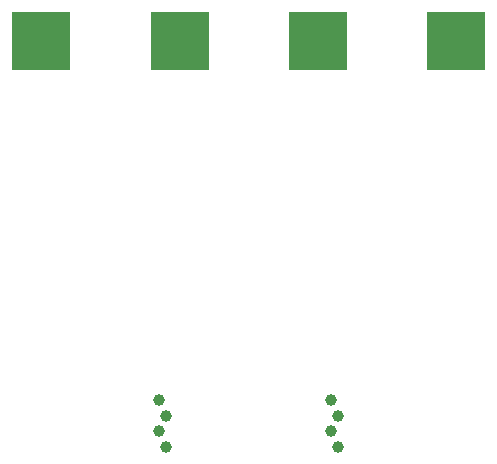
<source format=gbr>
G04 #@! TF.GenerationSoftware,KiCad,Pcbnew,(5.1.4)-1*
G04 #@! TF.CreationDate,2019-10-10T18:21:12+02:00*
G04 #@! TF.ProjectId,Bottom,426f7474-6f6d-42e6-9b69-6361645f7063,rev?*
G04 #@! TF.SameCoordinates,Original*
G04 #@! TF.FileFunction,Soldermask,Bot*
G04 #@! TF.FilePolarity,Negative*
%FSLAX46Y46*%
G04 Gerber Fmt 4.6, Leading zero omitted, Abs format (unit mm)*
G04 Created by KiCad (PCBNEW (5.1.4)-1) date 2019-10-10 18:21:12*
%MOMM*%
%LPD*%
G04 APERTURE LIST*
%ADD10C,1.000000*%
%ADD11R,5.000000X5.000000*%
G04 APERTURE END LIST*
D10*
X179990000Y-113505000D03*
X179990000Y-110855000D03*
X180590000Y-114830000D03*
X180590000Y-112180000D03*
X166010000Y-112195000D03*
X166010000Y-114845000D03*
X165410000Y-110870000D03*
X165410000Y-113520000D03*
D11*
X167150000Y-80450000D03*
X178850000Y-80450000D03*
X155450000Y-80450000D03*
X190550000Y-80450000D03*
M02*

</source>
